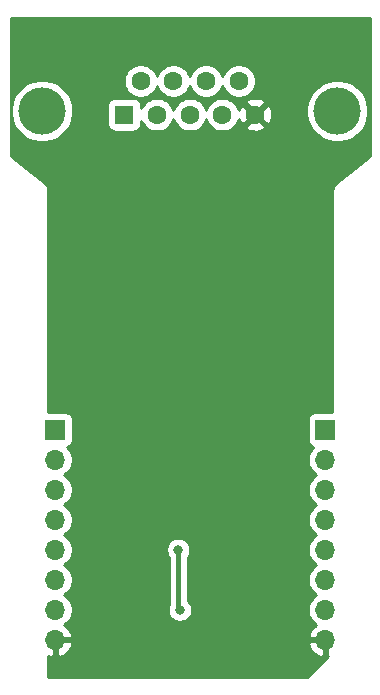
<source format=gbr>
G04 #@! TF.GenerationSoftware,KiCad,Pcbnew,(5.1.5)-3*
G04 #@! TF.CreationDate,2020-04-27T13:04:48+02:00*
G04 #@! TF.ProjectId,RS232_click,52533233-325f-4636-9c69-636b2e6b6963,rev?*
G04 #@! TF.SameCoordinates,Original*
G04 #@! TF.FileFunction,Copper,L2,Bot*
G04 #@! TF.FilePolarity,Positive*
%FSLAX46Y46*%
G04 Gerber Fmt 4.6, Leading zero omitted, Abs format (unit mm)*
G04 Created by KiCad (PCBNEW (5.1.5)-3) date 2020-04-27 13:04:48*
%MOMM*%
%LPD*%
G04 APERTURE LIST*
%ADD10R,1.600000X1.600000*%
%ADD11C,1.600000*%
%ADD12C,4.000000*%
%ADD13R,1.700000X1.700000*%
%ADD14O,1.700000X1.700000*%
%ADD15C,0.800000*%
%ADD16C,0.381000*%
%ADD17C,0.254000*%
G04 APERTURE END LIST*
D10*
X57912000Y-104122500D03*
D11*
X60682000Y-104122500D03*
X63452000Y-104122500D03*
X66222000Y-104122500D03*
X68992000Y-104122500D03*
X59297000Y-101282500D03*
X62067000Y-101282500D03*
X64837000Y-101282500D03*
X67607000Y-101282500D03*
D12*
X75952000Y-103822500D03*
X50952000Y-103822500D03*
D13*
X52070000Y-130810000D03*
D14*
X52070000Y-133350000D03*
X52070000Y-135890000D03*
X52070000Y-138430000D03*
X52070000Y-140970000D03*
X52070000Y-143510000D03*
X52070000Y-146050000D03*
X52070000Y-148590000D03*
X74930000Y-148590000D03*
X74930000Y-146050000D03*
X74930000Y-143510000D03*
X74930000Y-140970000D03*
X74930000Y-138430000D03*
X74930000Y-135890000D03*
X74930000Y-133350000D03*
D13*
X74930000Y-130810000D03*
D15*
X62611000Y-146050000D03*
X62484000Y-140970000D03*
X66040000Y-116078000D03*
X66040000Y-114808000D03*
X64516000Y-120396000D03*
X69596000Y-146050000D03*
X68072000Y-140970000D03*
X56896000Y-140970000D03*
X63500000Y-128270000D03*
D16*
X62484000Y-145923000D02*
X62611000Y-146050000D01*
X62484000Y-140970000D02*
X62484000Y-145923000D01*
D17*
G36*
X78715000Y-107632788D02*
G01*
X75835215Y-109936617D01*
X75831551Y-109938575D01*
X75784517Y-109977175D01*
X75762387Y-109994879D01*
X75759427Y-109997766D01*
X75731053Y-110021052D01*
X75713009Y-110043039D01*
X75692636Y-110062909D01*
X75671860Y-110093178D01*
X75648576Y-110121550D01*
X75635163Y-110146644D01*
X75619065Y-110170098D01*
X75604596Y-110203831D01*
X75587291Y-110236207D01*
X75579033Y-110263430D01*
X75567817Y-110289579D01*
X75560206Y-110325492D01*
X75549551Y-110360617D01*
X75546762Y-110388930D01*
X75540864Y-110416763D01*
X75540406Y-110453472D01*
X75540001Y-110457581D01*
X75540001Y-110485887D01*
X75539241Y-110546761D01*
X75540001Y-110550848D01*
X75540001Y-129321928D01*
X74080000Y-129321928D01*
X73955518Y-129334188D01*
X73835820Y-129370498D01*
X73725506Y-129429463D01*
X73628815Y-129508815D01*
X73549463Y-129605506D01*
X73490498Y-129715820D01*
X73454188Y-129835518D01*
X73441928Y-129960000D01*
X73441928Y-131660000D01*
X73454188Y-131784482D01*
X73490498Y-131904180D01*
X73549463Y-132014494D01*
X73628815Y-132111185D01*
X73725506Y-132190537D01*
X73835820Y-132249502D01*
X73908380Y-132271513D01*
X73776525Y-132403368D01*
X73614010Y-132646589D01*
X73502068Y-132916842D01*
X73445000Y-133203740D01*
X73445000Y-133496260D01*
X73502068Y-133783158D01*
X73614010Y-134053411D01*
X73776525Y-134296632D01*
X73983368Y-134503475D01*
X74157760Y-134620000D01*
X73983368Y-134736525D01*
X73776525Y-134943368D01*
X73614010Y-135186589D01*
X73502068Y-135456842D01*
X73445000Y-135743740D01*
X73445000Y-136036260D01*
X73502068Y-136323158D01*
X73614010Y-136593411D01*
X73776525Y-136836632D01*
X73983368Y-137043475D01*
X74157760Y-137160000D01*
X73983368Y-137276525D01*
X73776525Y-137483368D01*
X73614010Y-137726589D01*
X73502068Y-137996842D01*
X73445000Y-138283740D01*
X73445000Y-138576260D01*
X73502068Y-138863158D01*
X73614010Y-139133411D01*
X73776525Y-139376632D01*
X73983368Y-139583475D01*
X74157760Y-139700000D01*
X73983368Y-139816525D01*
X73776525Y-140023368D01*
X73614010Y-140266589D01*
X73502068Y-140536842D01*
X73445000Y-140823740D01*
X73445000Y-141116260D01*
X73502068Y-141403158D01*
X73614010Y-141673411D01*
X73776525Y-141916632D01*
X73983368Y-142123475D01*
X74157760Y-142240000D01*
X73983368Y-142356525D01*
X73776525Y-142563368D01*
X73614010Y-142806589D01*
X73502068Y-143076842D01*
X73445000Y-143363740D01*
X73445000Y-143656260D01*
X73502068Y-143943158D01*
X73614010Y-144213411D01*
X73776525Y-144456632D01*
X73983368Y-144663475D01*
X74157760Y-144780000D01*
X73983368Y-144896525D01*
X73776525Y-145103368D01*
X73614010Y-145346589D01*
X73502068Y-145616842D01*
X73445000Y-145903740D01*
X73445000Y-146196260D01*
X73502068Y-146483158D01*
X73614010Y-146753411D01*
X73776525Y-146996632D01*
X73983368Y-147203475D01*
X74165534Y-147325195D01*
X74048645Y-147394822D01*
X73832412Y-147589731D01*
X73658359Y-147823080D01*
X73533175Y-148085901D01*
X73488524Y-148233110D01*
X73609845Y-148463000D01*
X74803000Y-148463000D01*
X74803000Y-148443000D01*
X75057000Y-148443000D01*
X75057000Y-148463000D01*
X75077000Y-148463000D01*
X75077000Y-148717000D01*
X75057000Y-148717000D01*
X75057000Y-149910814D01*
X75161142Y-149965477D01*
X73386620Y-151740000D01*
X51460000Y-151740000D01*
X51460000Y-149941696D01*
X51713109Y-150031481D01*
X51943000Y-149910814D01*
X51943000Y-148717000D01*
X52197000Y-148717000D01*
X52197000Y-149910814D01*
X52426891Y-150031481D01*
X52701252Y-149934157D01*
X52951355Y-149785178D01*
X53167588Y-149590269D01*
X53341641Y-149356920D01*
X53466825Y-149094099D01*
X53511476Y-148946890D01*
X73488524Y-148946890D01*
X73533175Y-149094099D01*
X73658359Y-149356920D01*
X73832412Y-149590269D01*
X74048645Y-149785178D01*
X74298748Y-149934157D01*
X74573109Y-150031481D01*
X74803000Y-149910814D01*
X74803000Y-148717000D01*
X73609845Y-148717000D01*
X73488524Y-148946890D01*
X53511476Y-148946890D01*
X53390155Y-148717000D01*
X52197000Y-148717000D01*
X51943000Y-148717000D01*
X51923000Y-148717000D01*
X51923000Y-148463000D01*
X51943000Y-148463000D01*
X51943000Y-148443000D01*
X52197000Y-148443000D01*
X52197000Y-148463000D01*
X53390155Y-148463000D01*
X53511476Y-148233110D01*
X53466825Y-148085901D01*
X53341641Y-147823080D01*
X53167588Y-147589731D01*
X52951355Y-147394822D01*
X52834466Y-147325195D01*
X53016632Y-147203475D01*
X53223475Y-146996632D01*
X53385990Y-146753411D01*
X53497932Y-146483158D01*
X53555000Y-146196260D01*
X53555000Y-145903740D01*
X53497932Y-145616842D01*
X53385990Y-145346589D01*
X53223475Y-145103368D01*
X53016632Y-144896525D01*
X52842240Y-144780000D01*
X53016632Y-144663475D01*
X53223475Y-144456632D01*
X53385990Y-144213411D01*
X53497932Y-143943158D01*
X53555000Y-143656260D01*
X53555000Y-143363740D01*
X53497932Y-143076842D01*
X53385990Y-142806589D01*
X53223475Y-142563368D01*
X53016632Y-142356525D01*
X52842240Y-142240000D01*
X53016632Y-142123475D01*
X53223475Y-141916632D01*
X53385990Y-141673411D01*
X53497932Y-141403158D01*
X53555000Y-141116260D01*
X53555000Y-140868061D01*
X61449000Y-140868061D01*
X61449000Y-141071939D01*
X61488774Y-141271898D01*
X61566795Y-141460256D01*
X61658500Y-141597503D01*
X61658501Y-145644951D01*
X61615774Y-145748102D01*
X61576000Y-145948061D01*
X61576000Y-146151939D01*
X61615774Y-146351898D01*
X61693795Y-146540256D01*
X61807063Y-146709774D01*
X61951226Y-146853937D01*
X62120744Y-146967205D01*
X62309102Y-147045226D01*
X62509061Y-147085000D01*
X62712939Y-147085000D01*
X62912898Y-147045226D01*
X63101256Y-146967205D01*
X63270774Y-146853937D01*
X63414937Y-146709774D01*
X63528205Y-146540256D01*
X63606226Y-146351898D01*
X63646000Y-146151939D01*
X63646000Y-145948061D01*
X63606226Y-145748102D01*
X63528205Y-145559744D01*
X63414937Y-145390226D01*
X63309500Y-145284789D01*
X63309500Y-141597503D01*
X63401205Y-141460256D01*
X63479226Y-141271898D01*
X63519000Y-141071939D01*
X63519000Y-140868061D01*
X63479226Y-140668102D01*
X63401205Y-140479744D01*
X63287937Y-140310226D01*
X63143774Y-140166063D01*
X62974256Y-140052795D01*
X62785898Y-139974774D01*
X62585939Y-139935000D01*
X62382061Y-139935000D01*
X62182102Y-139974774D01*
X61993744Y-140052795D01*
X61824226Y-140166063D01*
X61680063Y-140310226D01*
X61566795Y-140479744D01*
X61488774Y-140668102D01*
X61449000Y-140868061D01*
X53555000Y-140868061D01*
X53555000Y-140823740D01*
X53497932Y-140536842D01*
X53385990Y-140266589D01*
X53223475Y-140023368D01*
X53016632Y-139816525D01*
X52842240Y-139700000D01*
X53016632Y-139583475D01*
X53223475Y-139376632D01*
X53385990Y-139133411D01*
X53497932Y-138863158D01*
X53555000Y-138576260D01*
X53555000Y-138283740D01*
X53497932Y-137996842D01*
X53385990Y-137726589D01*
X53223475Y-137483368D01*
X53016632Y-137276525D01*
X52842240Y-137160000D01*
X53016632Y-137043475D01*
X53223475Y-136836632D01*
X53385990Y-136593411D01*
X53497932Y-136323158D01*
X53555000Y-136036260D01*
X53555000Y-135743740D01*
X53497932Y-135456842D01*
X53385990Y-135186589D01*
X53223475Y-134943368D01*
X53016632Y-134736525D01*
X52842240Y-134620000D01*
X53016632Y-134503475D01*
X53223475Y-134296632D01*
X53385990Y-134053411D01*
X53497932Y-133783158D01*
X53555000Y-133496260D01*
X53555000Y-133203740D01*
X53497932Y-132916842D01*
X53385990Y-132646589D01*
X53223475Y-132403368D01*
X53091620Y-132271513D01*
X53164180Y-132249502D01*
X53274494Y-132190537D01*
X53371185Y-132111185D01*
X53450537Y-132014494D01*
X53509502Y-131904180D01*
X53545812Y-131784482D01*
X53558072Y-131660000D01*
X53558072Y-129960000D01*
X53545812Y-129835518D01*
X53509502Y-129715820D01*
X53450537Y-129605506D01*
X53371185Y-129508815D01*
X53274494Y-129429463D01*
X53164180Y-129370498D01*
X53044482Y-129334188D01*
X52920000Y-129321928D01*
X51460000Y-129321928D01*
X51460000Y-110550842D01*
X51460759Y-110546761D01*
X51460000Y-110485967D01*
X51460000Y-110457581D01*
X51459594Y-110453460D01*
X51459136Y-110416762D01*
X51453239Y-110388937D01*
X51450450Y-110360617D01*
X51439792Y-110325483D01*
X51432183Y-110289578D01*
X51420969Y-110263433D01*
X51412710Y-110236207D01*
X51395406Y-110203833D01*
X51380936Y-110170097D01*
X51364836Y-110146641D01*
X51351425Y-110121550D01*
X51328141Y-110093178D01*
X51307364Y-110062908D01*
X51286992Y-110043039D01*
X51268948Y-110021052D01*
X51240574Y-109997766D01*
X51237613Y-109994878D01*
X51215474Y-109977167D01*
X51168450Y-109938575D01*
X51164787Y-109936617D01*
X48285000Y-107632789D01*
X48285000Y-103562975D01*
X48317000Y-103562975D01*
X48317000Y-104082025D01*
X48418261Y-104591101D01*
X48616893Y-105070641D01*
X48905262Y-105502215D01*
X49272285Y-105869238D01*
X49703859Y-106157607D01*
X50183399Y-106356239D01*
X50692475Y-106457500D01*
X51211525Y-106457500D01*
X51720601Y-106356239D01*
X52200141Y-106157607D01*
X52631715Y-105869238D01*
X52998738Y-105502215D01*
X53287107Y-105070641D01*
X53485739Y-104591101D01*
X53587000Y-104082025D01*
X53587000Y-103562975D01*
X53539167Y-103322500D01*
X56473928Y-103322500D01*
X56473928Y-104922500D01*
X56486188Y-105046982D01*
X56522498Y-105166680D01*
X56581463Y-105276994D01*
X56660815Y-105373685D01*
X56757506Y-105453037D01*
X56867820Y-105512002D01*
X56987518Y-105548312D01*
X57112000Y-105560572D01*
X58712000Y-105560572D01*
X58836482Y-105548312D01*
X58956180Y-105512002D01*
X59066494Y-105453037D01*
X59163185Y-105373685D01*
X59242537Y-105276994D01*
X59301502Y-105166680D01*
X59337812Y-105046982D01*
X59350072Y-104922500D01*
X59350072Y-104656775D01*
X59410320Y-104802227D01*
X59567363Y-105037259D01*
X59767241Y-105237137D01*
X60002273Y-105394180D01*
X60263426Y-105502353D01*
X60540665Y-105557500D01*
X60823335Y-105557500D01*
X61100574Y-105502353D01*
X61361727Y-105394180D01*
X61596759Y-105237137D01*
X61796637Y-105037259D01*
X61953680Y-104802227D01*
X62061853Y-104541074D01*
X62067000Y-104515199D01*
X62072147Y-104541074D01*
X62180320Y-104802227D01*
X62337363Y-105037259D01*
X62537241Y-105237137D01*
X62772273Y-105394180D01*
X63033426Y-105502353D01*
X63310665Y-105557500D01*
X63593335Y-105557500D01*
X63870574Y-105502353D01*
X64131727Y-105394180D01*
X64366759Y-105237137D01*
X64566637Y-105037259D01*
X64723680Y-104802227D01*
X64831853Y-104541074D01*
X64837000Y-104515199D01*
X64842147Y-104541074D01*
X64950320Y-104802227D01*
X65107363Y-105037259D01*
X65307241Y-105237137D01*
X65542273Y-105394180D01*
X65803426Y-105502353D01*
X66080665Y-105557500D01*
X66363335Y-105557500D01*
X66640574Y-105502353D01*
X66901727Y-105394180D01*
X67136759Y-105237137D01*
X67258694Y-105115202D01*
X68178903Y-105115202D01*
X68250486Y-105359171D01*
X68505996Y-105480071D01*
X68780184Y-105548800D01*
X69062512Y-105562717D01*
X69342130Y-105521287D01*
X69608292Y-105426103D01*
X69733514Y-105359171D01*
X69805097Y-105115202D01*
X68992000Y-104302105D01*
X68178903Y-105115202D01*
X67258694Y-105115202D01*
X67336637Y-105037259D01*
X67493680Y-104802227D01*
X67601853Y-104541074D01*
X67607513Y-104512618D01*
X67688397Y-104738792D01*
X67755329Y-104864014D01*
X67999298Y-104935597D01*
X68812395Y-104122500D01*
X69171605Y-104122500D01*
X69984702Y-104935597D01*
X70228671Y-104864014D01*
X70349571Y-104608504D01*
X70418300Y-104334316D01*
X70432217Y-104051988D01*
X70390787Y-103772370D01*
X70315904Y-103562975D01*
X73317000Y-103562975D01*
X73317000Y-104082025D01*
X73418261Y-104591101D01*
X73616893Y-105070641D01*
X73905262Y-105502215D01*
X74272285Y-105869238D01*
X74703859Y-106157607D01*
X75183399Y-106356239D01*
X75692475Y-106457500D01*
X76211525Y-106457500D01*
X76720601Y-106356239D01*
X77200141Y-106157607D01*
X77631715Y-105869238D01*
X77998738Y-105502215D01*
X78287107Y-105070641D01*
X78485739Y-104591101D01*
X78587000Y-104082025D01*
X78587000Y-103562975D01*
X78485739Y-103053899D01*
X78287107Y-102574359D01*
X77998738Y-102142785D01*
X77631715Y-101775762D01*
X77200141Y-101487393D01*
X76720601Y-101288761D01*
X76211525Y-101187500D01*
X75692475Y-101187500D01*
X75183399Y-101288761D01*
X74703859Y-101487393D01*
X74272285Y-101775762D01*
X73905262Y-102142785D01*
X73616893Y-102574359D01*
X73418261Y-103053899D01*
X73317000Y-103562975D01*
X70315904Y-103562975D01*
X70295603Y-103506208D01*
X70228671Y-103380986D01*
X69984702Y-103309403D01*
X69171605Y-104122500D01*
X68812395Y-104122500D01*
X67999298Y-103309403D01*
X67755329Y-103380986D01*
X67634429Y-103636496D01*
X67608788Y-103738789D01*
X67601853Y-103703926D01*
X67493680Y-103442773D01*
X67336637Y-103207741D01*
X67258694Y-103129798D01*
X68178903Y-103129798D01*
X68992000Y-103942895D01*
X69805097Y-103129798D01*
X69733514Y-102885829D01*
X69478004Y-102764929D01*
X69203816Y-102696200D01*
X68921488Y-102682283D01*
X68641870Y-102723713D01*
X68375708Y-102818897D01*
X68250486Y-102885829D01*
X68178903Y-103129798D01*
X67258694Y-103129798D01*
X67136759Y-103007863D01*
X66901727Y-102850820D01*
X66640574Y-102742647D01*
X66363335Y-102687500D01*
X66080665Y-102687500D01*
X65803426Y-102742647D01*
X65542273Y-102850820D01*
X65307241Y-103007863D01*
X65107363Y-103207741D01*
X64950320Y-103442773D01*
X64842147Y-103703926D01*
X64837000Y-103729801D01*
X64831853Y-103703926D01*
X64723680Y-103442773D01*
X64566637Y-103207741D01*
X64366759Y-103007863D01*
X64131727Y-102850820D01*
X63870574Y-102742647D01*
X63593335Y-102687500D01*
X63310665Y-102687500D01*
X63033426Y-102742647D01*
X62772273Y-102850820D01*
X62537241Y-103007863D01*
X62337363Y-103207741D01*
X62180320Y-103442773D01*
X62072147Y-103703926D01*
X62067000Y-103729801D01*
X62061853Y-103703926D01*
X61953680Y-103442773D01*
X61796637Y-103207741D01*
X61596759Y-103007863D01*
X61361727Y-102850820D01*
X61100574Y-102742647D01*
X60823335Y-102687500D01*
X60540665Y-102687500D01*
X60263426Y-102742647D01*
X60002273Y-102850820D01*
X59767241Y-103007863D01*
X59567363Y-103207741D01*
X59410320Y-103442773D01*
X59350072Y-103588225D01*
X59350072Y-103322500D01*
X59337812Y-103198018D01*
X59301502Y-103078320D01*
X59242537Y-102968006D01*
X59163185Y-102871315D01*
X59066494Y-102791963D01*
X58956180Y-102732998D01*
X58836482Y-102696688D01*
X58712000Y-102684428D01*
X57112000Y-102684428D01*
X56987518Y-102696688D01*
X56867820Y-102732998D01*
X56757506Y-102791963D01*
X56660815Y-102871315D01*
X56581463Y-102968006D01*
X56522498Y-103078320D01*
X56486188Y-103198018D01*
X56473928Y-103322500D01*
X53539167Y-103322500D01*
X53485739Y-103053899D01*
X53287107Y-102574359D01*
X52998738Y-102142785D01*
X52631715Y-101775762D01*
X52200141Y-101487393D01*
X51720601Y-101288761D01*
X51211525Y-101187500D01*
X50692475Y-101187500D01*
X50183399Y-101288761D01*
X49703859Y-101487393D01*
X49272285Y-101775762D01*
X48905262Y-102142785D01*
X48616893Y-102574359D01*
X48418261Y-103053899D01*
X48317000Y-103562975D01*
X48285000Y-103562975D01*
X48285000Y-101141165D01*
X57862000Y-101141165D01*
X57862000Y-101423835D01*
X57917147Y-101701074D01*
X58025320Y-101962227D01*
X58182363Y-102197259D01*
X58382241Y-102397137D01*
X58617273Y-102554180D01*
X58878426Y-102662353D01*
X59155665Y-102717500D01*
X59438335Y-102717500D01*
X59715574Y-102662353D01*
X59976727Y-102554180D01*
X60211759Y-102397137D01*
X60411637Y-102197259D01*
X60568680Y-101962227D01*
X60676853Y-101701074D01*
X60682000Y-101675199D01*
X60687147Y-101701074D01*
X60795320Y-101962227D01*
X60952363Y-102197259D01*
X61152241Y-102397137D01*
X61387273Y-102554180D01*
X61648426Y-102662353D01*
X61925665Y-102717500D01*
X62208335Y-102717500D01*
X62485574Y-102662353D01*
X62746727Y-102554180D01*
X62981759Y-102397137D01*
X63181637Y-102197259D01*
X63338680Y-101962227D01*
X63446853Y-101701074D01*
X63452000Y-101675199D01*
X63457147Y-101701074D01*
X63565320Y-101962227D01*
X63722363Y-102197259D01*
X63922241Y-102397137D01*
X64157273Y-102554180D01*
X64418426Y-102662353D01*
X64695665Y-102717500D01*
X64978335Y-102717500D01*
X65255574Y-102662353D01*
X65516727Y-102554180D01*
X65751759Y-102397137D01*
X65951637Y-102197259D01*
X66108680Y-101962227D01*
X66216853Y-101701074D01*
X66222000Y-101675199D01*
X66227147Y-101701074D01*
X66335320Y-101962227D01*
X66492363Y-102197259D01*
X66692241Y-102397137D01*
X66927273Y-102554180D01*
X67188426Y-102662353D01*
X67465665Y-102717500D01*
X67748335Y-102717500D01*
X68025574Y-102662353D01*
X68286727Y-102554180D01*
X68521759Y-102397137D01*
X68721637Y-102197259D01*
X68878680Y-101962227D01*
X68986853Y-101701074D01*
X69042000Y-101423835D01*
X69042000Y-101141165D01*
X68986853Y-100863926D01*
X68878680Y-100602773D01*
X68721637Y-100367741D01*
X68521759Y-100167863D01*
X68286727Y-100010820D01*
X68025574Y-99902647D01*
X67748335Y-99847500D01*
X67465665Y-99847500D01*
X67188426Y-99902647D01*
X66927273Y-100010820D01*
X66692241Y-100167863D01*
X66492363Y-100367741D01*
X66335320Y-100602773D01*
X66227147Y-100863926D01*
X66222000Y-100889801D01*
X66216853Y-100863926D01*
X66108680Y-100602773D01*
X65951637Y-100367741D01*
X65751759Y-100167863D01*
X65516727Y-100010820D01*
X65255574Y-99902647D01*
X64978335Y-99847500D01*
X64695665Y-99847500D01*
X64418426Y-99902647D01*
X64157273Y-100010820D01*
X63922241Y-100167863D01*
X63722363Y-100367741D01*
X63565320Y-100602773D01*
X63457147Y-100863926D01*
X63452000Y-100889801D01*
X63446853Y-100863926D01*
X63338680Y-100602773D01*
X63181637Y-100367741D01*
X62981759Y-100167863D01*
X62746727Y-100010820D01*
X62485574Y-99902647D01*
X62208335Y-99847500D01*
X61925665Y-99847500D01*
X61648426Y-99902647D01*
X61387273Y-100010820D01*
X61152241Y-100167863D01*
X60952363Y-100367741D01*
X60795320Y-100602773D01*
X60687147Y-100863926D01*
X60682000Y-100889801D01*
X60676853Y-100863926D01*
X60568680Y-100602773D01*
X60411637Y-100367741D01*
X60211759Y-100167863D01*
X59976727Y-100010820D01*
X59715574Y-99902647D01*
X59438335Y-99847500D01*
X59155665Y-99847500D01*
X58878426Y-99902647D01*
X58617273Y-100010820D01*
X58382241Y-100167863D01*
X58182363Y-100367741D01*
X58025320Y-100602773D01*
X57917147Y-100863926D01*
X57862000Y-101141165D01*
X48285000Y-101141165D01*
X48285000Y-95910000D01*
X78715001Y-95910000D01*
X78715000Y-107632788D01*
G37*
X78715000Y-107632788D02*
X75835215Y-109936617D01*
X75831551Y-109938575D01*
X75784517Y-109977175D01*
X75762387Y-109994879D01*
X75759427Y-109997766D01*
X75731053Y-110021052D01*
X75713009Y-110043039D01*
X75692636Y-110062909D01*
X75671860Y-110093178D01*
X75648576Y-110121550D01*
X75635163Y-110146644D01*
X75619065Y-110170098D01*
X75604596Y-110203831D01*
X75587291Y-110236207D01*
X75579033Y-110263430D01*
X75567817Y-110289579D01*
X75560206Y-110325492D01*
X75549551Y-110360617D01*
X75546762Y-110388930D01*
X75540864Y-110416763D01*
X75540406Y-110453472D01*
X75540001Y-110457581D01*
X75540001Y-110485887D01*
X75539241Y-110546761D01*
X75540001Y-110550848D01*
X75540001Y-129321928D01*
X74080000Y-129321928D01*
X73955518Y-129334188D01*
X73835820Y-129370498D01*
X73725506Y-129429463D01*
X73628815Y-129508815D01*
X73549463Y-129605506D01*
X73490498Y-129715820D01*
X73454188Y-129835518D01*
X73441928Y-129960000D01*
X73441928Y-131660000D01*
X73454188Y-131784482D01*
X73490498Y-131904180D01*
X73549463Y-132014494D01*
X73628815Y-132111185D01*
X73725506Y-132190537D01*
X73835820Y-132249502D01*
X73908380Y-132271513D01*
X73776525Y-132403368D01*
X73614010Y-132646589D01*
X73502068Y-132916842D01*
X73445000Y-133203740D01*
X73445000Y-133496260D01*
X73502068Y-133783158D01*
X73614010Y-134053411D01*
X73776525Y-134296632D01*
X73983368Y-134503475D01*
X74157760Y-134620000D01*
X73983368Y-134736525D01*
X73776525Y-134943368D01*
X73614010Y-135186589D01*
X73502068Y-135456842D01*
X73445000Y-135743740D01*
X73445000Y-136036260D01*
X73502068Y-136323158D01*
X73614010Y-136593411D01*
X73776525Y-136836632D01*
X73983368Y-137043475D01*
X74157760Y-137160000D01*
X73983368Y-137276525D01*
X73776525Y-137483368D01*
X73614010Y-137726589D01*
X73502068Y-137996842D01*
X73445000Y-138283740D01*
X73445000Y-138576260D01*
X73502068Y-138863158D01*
X73614010Y-139133411D01*
X73776525Y-139376632D01*
X73983368Y-139583475D01*
X74157760Y-139700000D01*
X73983368Y-139816525D01*
X73776525Y-140023368D01*
X73614010Y-140266589D01*
X73502068Y-140536842D01*
X73445000Y-140823740D01*
X73445000Y-141116260D01*
X73502068Y-141403158D01*
X73614010Y-141673411D01*
X73776525Y-141916632D01*
X73983368Y-142123475D01*
X74157760Y-142240000D01*
X73983368Y-142356525D01*
X73776525Y-142563368D01*
X73614010Y-142806589D01*
X73502068Y-143076842D01*
X73445000Y-143363740D01*
X73445000Y-143656260D01*
X73502068Y-143943158D01*
X73614010Y-144213411D01*
X73776525Y-144456632D01*
X73983368Y-144663475D01*
X74157760Y-144780000D01*
X73983368Y-144896525D01*
X73776525Y-145103368D01*
X73614010Y-145346589D01*
X73502068Y-145616842D01*
X73445000Y-145903740D01*
X73445000Y-146196260D01*
X73502068Y-146483158D01*
X73614010Y-146753411D01*
X73776525Y-146996632D01*
X73983368Y-147203475D01*
X74165534Y-147325195D01*
X74048645Y-147394822D01*
X73832412Y-147589731D01*
X73658359Y-147823080D01*
X73533175Y-148085901D01*
X73488524Y-148233110D01*
X73609845Y-148463000D01*
X74803000Y-148463000D01*
X74803000Y-148443000D01*
X75057000Y-148443000D01*
X75057000Y-148463000D01*
X75077000Y-148463000D01*
X75077000Y-148717000D01*
X75057000Y-148717000D01*
X75057000Y-149910814D01*
X75161142Y-149965477D01*
X73386620Y-151740000D01*
X51460000Y-151740000D01*
X51460000Y-149941696D01*
X51713109Y-150031481D01*
X51943000Y-149910814D01*
X51943000Y-148717000D01*
X52197000Y-148717000D01*
X52197000Y-149910814D01*
X52426891Y-150031481D01*
X52701252Y-149934157D01*
X52951355Y-149785178D01*
X53167588Y-149590269D01*
X53341641Y-149356920D01*
X53466825Y-149094099D01*
X53511476Y-148946890D01*
X73488524Y-148946890D01*
X73533175Y-149094099D01*
X73658359Y-149356920D01*
X73832412Y-149590269D01*
X74048645Y-149785178D01*
X74298748Y-149934157D01*
X74573109Y-150031481D01*
X74803000Y-149910814D01*
X74803000Y-148717000D01*
X73609845Y-148717000D01*
X73488524Y-148946890D01*
X53511476Y-148946890D01*
X53390155Y-148717000D01*
X52197000Y-148717000D01*
X51943000Y-148717000D01*
X51923000Y-148717000D01*
X51923000Y-148463000D01*
X51943000Y-148463000D01*
X51943000Y-148443000D01*
X52197000Y-148443000D01*
X52197000Y-148463000D01*
X53390155Y-148463000D01*
X53511476Y-148233110D01*
X53466825Y-148085901D01*
X53341641Y-147823080D01*
X53167588Y-147589731D01*
X52951355Y-147394822D01*
X52834466Y-147325195D01*
X53016632Y-147203475D01*
X53223475Y-146996632D01*
X53385990Y-146753411D01*
X53497932Y-146483158D01*
X53555000Y-146196260D01*
X53555000Y-145903740D01*
X53497932Y-145616842D01*
X53385990Y-145346589D01*
X53223475Y-145103368D01*
X53016632Y-144896525D01*
X52842240Y-144780000D01*
X53016632Y-144663475D01*
X53223475Y-144456632D01*
X53385990Y-144213411D01*
X53497932Y-143943158D01*
X53555000Y-143656260D01*
X53555000Y-143363740D01*
X53497932Y-143076842D01*
X53385990Y-142806589D01*
X53223475Y-142563368D01*
X53016632Y-142356525D01*
X52842240Y-142240000D01*
X53016632Y-142123475D01*
X53223475Y-141916632D01*
X53385990Y-141673411D01*
X53497932Y-141403158D01*
X53555000Y-141116260D01*
X53555000Y-140868061D01*
X61449000Y-140868061D01*
X61449000Y-141071939D01*
X61488774Y-141271898D01*
X61566795Y-141460256D01*
X61658500Y-141597503D01*
X61658501Y-145644951D01*
X61615774Y-145748102D01*
X61576000Y-145948061D01*
X61576000Y-146151939D01*
X61615774Y-146351898D01*
X61693795Y-146540256D01*
X61807063Y-146709774D01*
X61951226Y-146853937D01*
X62120744Y-146967205D01*
X62309102Y-147045226D01*
X62509061Y-147085000D01*
X62712939Y-147085000D01*
X62912898Y-147045226D01*
X63101256Y-146967205D01*
X63270774Y-146853937D01*
X63414937Y-146709774D01*
X63528205Y-146540256D01*
X63606226Y-146351898D01*
X63646000Y-146151939D01*
X63646000Y-145948061D01*
X63606226Y-145748102D01*
X63528205Y-145559744D01*
X63414937Y-145390226D01*
X63309500Y-145284789D01*
X63309500Y-141597503D01*
X63401205Y-141460256D01*
X63479226Y-141271898D01*
X63519000Y-141071939D01*
X63519000Y-140868061D01*
X63479226Y-140668102D01*
X63401205Y-140479744D01*
X63287937Y-140310226D01*
X63143774Y-140166063D01*
X62974256Y-140052795D01*
X62785898Y-139974774D01*
X62585939Y-139935000D01*
X62382061Y-139935000D01*
X62182102Y-139974774D01*
X61993744Y-140052795D01*
X61824226Y-140166063D01*
X61680063Y-140310226D01*
X61566795Y-140479744D01*
X61488774Y-140668102D01*
X61449000Y-140868061D01*
X53555000Y-140868061D01*
X53555000Y-140823740D01*
X53497932Y-140536842D01*
X53385990Y-140266589D01*
X53223475Y-140023368D01*
X53016632Y-139816525D01*
X52842240Y-139700000D01*
X53016632Y-139583475D01*
X53223475Y-139376632D01*
X53385990Y-139133411D01*
X53497932Y-138863158D01*
X53555000Y-138576260D01*
X53555000Y-138283740D01*
X53497932Y-137996842D01*
X53385990Y-137726589D01*
X53223475Y-137483368D01*
X53016632Y-137276525D01*
X52842240Y-137160000D01*
X53016632Y-137043475D01*
X53223475Y-136836632D01*
X53385990Y-136593411D01*
X53497932Y-136323158D01*
X53555000Y-136036260D01*
X53555000Y-135743740D01*
X53497932Y-135456842D01*
X53385990Y-135186589D01*
X53223475Y-134943368D01*
X53016632Y-134736525D01*
X52842240Y-134620000D01*
X53016632Y-134503475D01*
X53223475Y-134296632D01*
X53385990Y-134053411D01*
X53497932Y-133783158D01*
X53555000Y-133496260D01*
X53555000Y-133203740D01*
X53497932Y-132916842D01*
X53385990Y-132646589D01*
X53223475Y-132403368D01*
X53091620Y-132271513D01*
X53164180Y-132249502D01*
X53274494Y-132190537D01*
X53371185Y-132111185D01*
X53450537Y-132014494D01*
X53509502Y-131904180D01*
X53545812Y-131784482D01*
X53558072Y-131660000D01*
X53558072Y-129960000D01*
X53545812Y-129835518D01*
X53509502Y-129715820D01*
X53450537Y-129605506D01*
X53371185Y-129508815D01*
X53274494Y-129429463D01*
X53164180Y-129370498D01*
X53044482Y-129334188D01*
X52920000Y-129321928D01*
X51460000Y-129321928D01*
X51460000Y-110550842D01*
X51460759Y-110546761D01*
X51460000Y-110485967D01*
X51460000Y-110457581D01*
X51459594Y-110453460D01*
X51459136Y-110416762D01*
X51453239Y-110388937D01*
X51450450Y-110360617D01*
X51439792Y-110325483D01*
X51432183Y-110289578D01*
X51420969Y-110263433D01*
X51412710Y-110236207D01*
X51395406Y-110203833D01*
X51380936Y-110170097D01*
X51364836Y-110146641D01*
X51351425Y-110121550D01*
X51328141Y-110093178D01*
X51307364Y-110062908D01*
X51286992Y-110043039D01*
X51268948Y-110021052D01*
X51240574Y-109997766D01*
X51237613Y-109994878D01*
X51215474Y-109977167D01*
X51168450Y-109938575D01*
X51164787Y-109936617D01*
X48285000Y-107632789D01*
X48285000Y-103562975D01*
X48317000Y-103562975D01*
X48317000Y-104082025D01*
X48418261Y-104591101D01*
X48616893Y-105070641D01*
X48905262Y-105502215D01*
X49272285Y-105869238D01*
X49703859Y-106157607D01*
X50183399Y-106356239D01*
X50692475Y-106457500D01*
X51211525Y-106457500D01*
X51720601Y-106356239D01*
X52200141Y-106157607D01*
X52631715Y-105869238D01*
X52998738Y-105502215D01*
X53287107Y-105070641D01*
X53485739Y-104591101D01*
X53587000Y-104082025D01*
X53587000Y-103562975D01*
X53539167Y-103322500D01*
X56473928Y-103322500D01*
X56473928Y-104922500D01*
X56486188Y-105046982D01*
X56522498Y-105166680D01*
X56581463Y-105276994D01*
X56660815Y-105373685D01*
X56757506Y-105453037D01*
X56867820Y-105512002D01*
X56987518Y-105548312D01*
X57112000Y-105560572D01*
X58712000Y-105560572D01*
X58836482Y-105548312D01*
X58956180Y-105512002D01*
X59066494Y-105453037D01*
X59163185Y-105373685D01*
X59242537Y-105276994D01*
X59301502Y-105166680D01*
X59337812Y-105046982D01*
X59350072Y-104922500D01*
X59350072Y-104656775D01*
X59410320Y-104802227D01*
X59567363Y-105037259D01*
X59767241Y-105237137D01*
X60002273Y-105394180D01*
X60263426Y-105502353D01*
X60540665Y-105557500D01*
X60823335Y-105557500D01*
X61100574Y-105502353D01*
X61361727Y-105394180D01*
X61596759Y-105237137D01*
X61796637Y-105037259D01*
X61953680Y-104802227D01*
X62061853Y-104541074D01*
X62067000Y-104515199D01*
X62072147Y-104541074D01*
X62180320Y-104802227D01*
X62337363Y-105037259D01*
X62537241Y-105237137D01*
X62772273Y-105394180D01*
X63033426Y-105502353D01*
X63310665Y-105557500D01*
X63593335Y-105557500D01*
X63870574Y-105502353D01*
X64131727Y-105394180D01*
X64366759Y-105237137D01*
X64566637Y-105037259D01*
X64723680Y-104802227D01*
X64831853Y-104541074D01*
X64837000Y-104515199D01*
X64842147Y-104541074D01*
X64950320Y-104802227D01*
X65107363Y-105037259D01*
X65307241Y-105237137D01*
X65542273Y-105394180D01*
X65803426Y-105502353D01*
X66080665Y-105557500D01*
X66363335Y-105557500D01*
X66640574Y-105502353D01*
X66901727Y-105394180D01*
X67136759Y-105237137D01*
X67258694Y-105115202D01*
X68178903Y-105115202D01*
X68250486Y-105359171D01*
X68505996Y-105480071D01*
X68780184Y-105548800D01*
X69062512Y-105562717D01*
X69342130Y-105521287D01*
X69608292Y-105426103D01*
X69733514Y-105359171D01*
X69805097Y-105115202D01*
X68992000Y-104302105D01*
X68178903Y-105115202D01*
X67258694Y-105115202D01*
X67336637Y-105037259D01*
X67493680Y-104802227D01*
X67601853Y-104541074D01*
X67607513Y-104512618D01*
X67688397Y-104738792D01*
X67755329Y-104864014D01*
X67999298Y-104935597D01*
X68812395Y-104122500D01*
X69171605Y-104122500D01*
X69984702Y-104935597D01*
X70228671Y-104864014D01*
X70349571Y-104608504D01*
X70418300Y-104334316D01*
X70432217Y-104051988D01*
X70390787Y-103772370D01*
X70315904Y-103562975D01*
X73317000Y-103562975D01*
X73317000Y-104082025D01*
X73418261Y-104591101D01*
X73616893Y-105070641D01*
X73905262Y-105502215D01*
X74272285Y-105869238D01*
X74703859Y-106157607D01*
X75183399Y-106356239D01*
X75692475Y-106457500D01*
X76211525Y-106457500D01*
X76720601Y-106356239D01*
X77200141Y-106157607D01*
X77631715Y-105869238D01*
X77998738Y-105502215D01*
X78287107Y-105070641D01*
X78485739Y-104591101D01*
X78587000Y-104082025D01*
X78587000Y-103562975D01*
X78485739Y-103053899D01*
X78287107Y-102574359D01*
X77998738Y-102142785D01*
X77631715Y-101775762D01*
X77200141Y-101487393D01*
X76720601Y-101288761D01*
X76211525Y-101187500D01*
X75692475Y-101187500D01*
X75183399Y-101288761D01*
X74703859Y-101487393D01*
X74272285Y-101775762D01*
X73905262Y-102142785D01*
X73616893Y-102574359D01*
X73418261Y-103053899D01*
X73317000Y-103562975D01*
X70315904Y-103562975D01*
X70295603Y-103506208D01*
X70228671Y-103380986D01*
X69984702Y-103309403D01*
X69171605Y-104122500D01*
X68812395Y-104122500D01*
X67999298Y-103309403D01*
X67755329Y-103380986D01*
X67634429Y-103636496D01*
X67608788Y-103738789D01*
X67601853Y-103703926D01*
X67493680Y-103442773D01*
X67336637Y-103207741D01*
X67258694Y-103129798D01*
X68178903Y-103129798D01*
X68992000Y-103942895D01*
X69805097Y-103129798D01*
X69733514Y-102885829D01*
X69478004Y-102764929D01*
X69203816Y-102696200D01*
X68921488Y-102682283D01*
X68641870Y-102723713D01*
X68375708Y-102818897D01*
X68250486Y-102885829D01*
X68178903Y-103129798D01*
X67258694Y-103129798D01*
X67136759Y-103007863D01*
X66901727Y-102850820D01*
X66640574Y-102742647D01*
X66363335Y-102687500D01*
X66080665Y-102687500D01*
X65803426Y-102742647D01*
X65542273Y-102850820D01*
X65307241Y-103007863D01*
X65107363Y-103207741D01*
X64950320Y-103442773D01*
X64842147Y-103703926D01*
X64837000Y-103729801D01*
X64831853Y-103703926D01*
X64723680Y-103442773D01*
X64566637Y-103207741D01*
X64366759Y-103007863D01*
X64131727Y-102850820D01*
X63870574Y-102742647D01*
X63593335Y-102687500D01*
X63310665Y-102687500D01*
X63033426Y-102742647D01*
X62772273Y-102850820D01*
X62537241Y-103007863D01*
X62337363Y-103207741D01*
X62180320Y-103442773D01*
X62072147Y-103703926D01*
X62067000Y-103729801D01*
X62061853Y-103703926D01*
X61953680Y-103442773D01*
X61796637Y-103207741D01*
X61596759Y-103007863D01*
X61361727Y-102850820D01*
X61100574Y-102742647D01*
X60823335Y-102687500D01*
X60540665Y-102687500D01*
X60263426Y-102742647D01*
X60002273Y-102850820D01*
X59767241Y-103007863D01*
X59567363Y-103207741D01*
X59410320Y-103442773D01*
X59350072Y-103588225D01*
X59350072Y-103322500D01*
X59337812Y-103198018D01*
X59301502Y-103078320D01*
X59242537Y-102968006D01*
X59163185Y-102871315D01*
X59066494Y-102791963D01*
X58956180Y-102732998D01*
X58836482Y-102696688D01*
X58712000Y-102684428D01*
X57112000Y-102684428D01*
X56987518Y-102696688D01*
X56867820Y-102732998D01*
X56757506Y-102791963D01*
X56660815Y-102871315D01*
X56581463Y-102968006D01*
X56522498Y-103078320D01*
X56486188Y-103198018D01*
X56473928Y-103322500D01*
X53539167Y-103322500D01*
X53485739Y-103053899D01*
X53287107Y-102574359D01*
X52998738Y-102142785D01*
X52631715Y-101775762D01*
X52200141Y-101487393D01*
X51720601Y-101288761D01*
X51211525Y-101187500D01*
X50692475Y-101187500D01*
X50183399Y-101288761D01*
X49703859Y-101487393D01*
X49272285Y-101775762D01*
X48905262Y-102142785D01*
X48616893Y-102574359D01*
X48418261Y-103053899D01*
X48317000Y-103562975D01*
X48285000Y-103562975D01*
X48285000Y-101141165D01*
X57862000Y-101141165D01*
X57862000Y-101423835D01*
X57917147Y-101701074D01*
X58025320Y-101962227D01*
X58182363Y-102197259D01*
X58382241Y-102397137D01*
X58617273Y-102554180D01*
X58878426Y-102662353D01*
X59155665Y-102717500D01*
X59438335Y-102717500D01*
X59715574Y-102662353D01*
X59976727Y-102554180D01*
X60211759Y-102397137D01*
X60411637Y-102197259D01*
X60568680Y-101962227D01*
X60676853Y-101701074D01*
X60682000Y-101675199D01*
X60687147Y-101701074D01*
X60795320Y-101962227D01*
X60952363Y-102197259D01*
X61152241Y-102397137D01*
X61387273Y-102554180D01*
X61648426Y-102662353D01*
X61925665Y-102717500D01*
X62208335Y-102717500D01*
X62485574Y-102662353D01*
X62746727Y-102554180D01*
X62981759Y-102397137D01*
X63181637Y-102197259D01*
X63338680Y-101962227D01*
X63446853Y-101701074D01*
X63452000Y-101675199D01*
X63457147Y-101701074D01*
X63565320Y-101962227D01*
X63722363Y-102197259D01*
X63922241Y-102397137D01*
X64157273Y-102554180D01*
X64418426Y-102662353D01*
X64695665Y-102717500D01*
X64978335Y-102717500D01*
X65255574Y-102662353D01*
X65516727Y-102554180D01*
X65751759Y-102397137D01*
X65951637Y-102197259D01*
X66108680Y-101962227D01*
X66216853Y-101701074D01*
X66222000Y-101675199D01*
X66227147Y-101701074D01*
X66335320Y-101962227D01*
X66492363Y-102197259D01*
X66692241Y-102397137D01*
X66927273Y-102554180D01*
X67188426Y-102662353D01*
X67465665Y-102717500D01*
X67748335Y-102717500D01*
X68025574Y-102662353D01*
X68286727Y-102554180D01*
X68521759Y-102397137D01*
X68721637Y-102197259D01*
X68878680Y-101962227D01*
X68986853Y-101701074D01*
X69042000Y-101423835D01*
X69042000Y-101141165D01*
X68986853Y-100863926D01*
X68878680Y-100602773D01*
X68721637Y-100367741D01*
X68521759Y-100167863D01*
X68286727Y-100010820D01*
X68025574Y-99902647D01*
X67748335Y-99847500D01*
X67465665Y-99847500D01*
X67188426Y-99902647D01*
X66927273Y-100010820D01*
X66692241Y-100167863D01*
X66492363Y-100367741D01*
X66335320Y-100602773D01*
X66227147Y-100863926D01*
X66222000Y-100889801D01*
X66216853Y-100863926D01*
X66108680Y-100602773D01*
X65951637Y-100367741D01*
X65751759Y-100167863D01*
X65516727Y-100010820D01*
X65255574Y-99902647D01*
X64978335Y-99847500D01*
X64695665Y-99847500D01*
X64418426Y-99902647D01*
X64157273Y-100010820D01*
X63922241Y-100167863D01*
X63722363Y-100367741D01*
X63565320Y-100602773D01*
X63457147Y-100863926D01*
X63452000Y-100889801D01*
X63446853Y-100863926D01*
X63338680Y-100602773D01*
X63181637Y-100367741D01*
X62981759Y-100167863D01*
X62746727Y-100010820D01*
X62485574Y-99902647D01*
X62208335Y-99847500D01*
X61925665Y-99847500D01*
X61648426Y-99902647D01*
X61387273Y-100010820D01*
X61152241Y-100167863D01*
X60952363Y-100367741D01*
X60795320Y-100602773D01*
X60687147Y-100863926D01*
X60682000Y-100889801D01*
X60676853Y-100863926D01*
X60568680Y-100602773D01*
X60411637Y-100367741D01*
X60211759Y-100167863D01*
X59976727Y-100010820D01*
X59715574Y-99902647D01*
X59438335Y-99847500D01*
X59155665Y-99847500D01*
X58878426Y-99902647D01*
X58617273Y-100010820D01*
X58382241Y-100167863D01*
X58182363Y-100367741D01*
X58025320Y-100602773D01*
X57917147Y-100863926D01*
X57862000Y-101141165D01*
X48285000Y-101141165D01*
X48285000Y-95910000D01*
X78715001Y-95910000D01*
X78715000Y-107632788D01*
M02*

</source>
